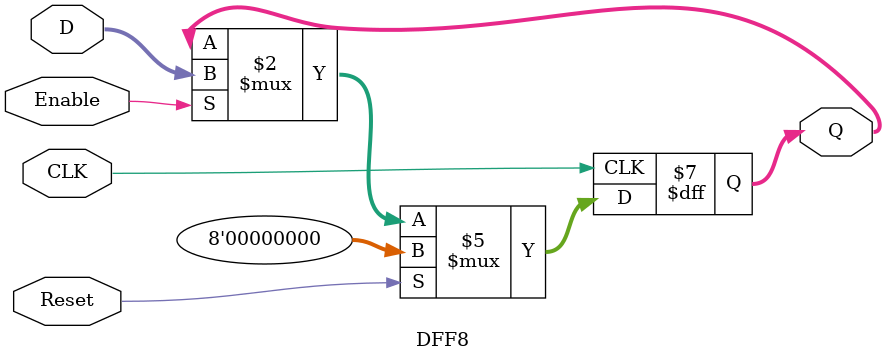
<source format=v>
module DFF8(Reset, Enable, D, CLK, Q);

input [7:0] D; 
input Enable, Reset;
input CLK; 

output reg [7:0] Q; 

always @(posedge CLK)
begin
	if (Reset)
		Q <= 8'b0;
	else
		if (Enable)
			Q <= D;
end
endmodule 
</source>
